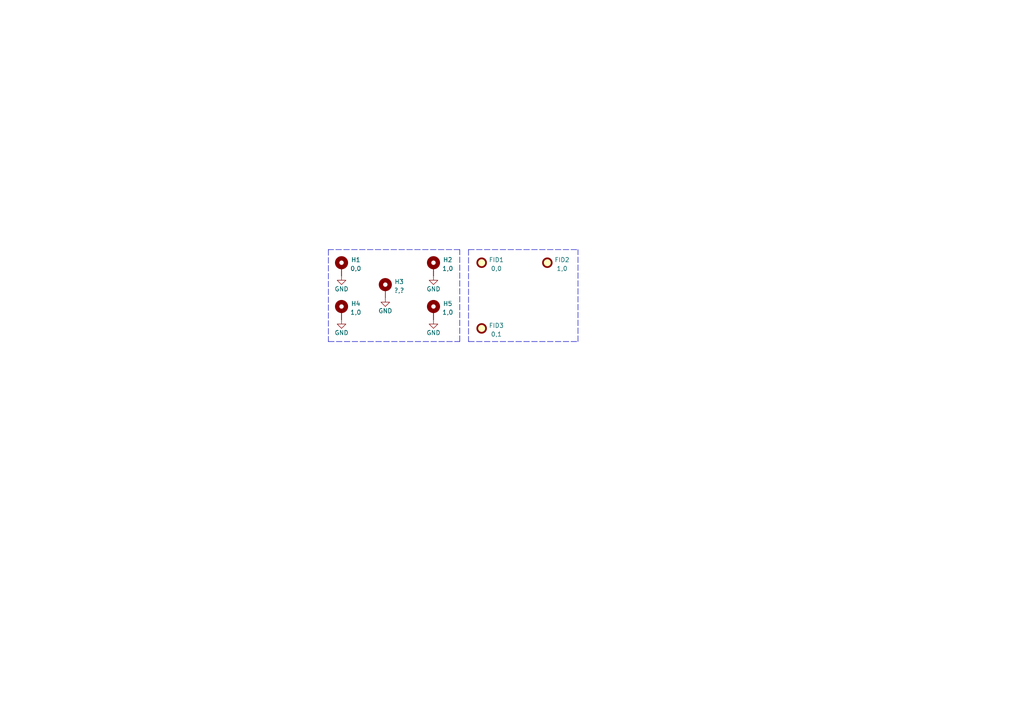
<source format=kicad_sch>
(kicad_sch (version 20211123) (generator eeschema)
  (paper "A4")
  (title_block (title "Soldering Induction (July 2022)") (date "2022-07-19") (rev "3.5.0") (company "UNSW Engineering Makerspace"))
  (lib_symbols
    (symbol "4ms_Power-symbol:GND" (power) (pin_names (offset 0))
      (property "Value" "GND" (at 0 -3.81 0))
      (symbol "GND_0_1"
        (polyline (pts (xy 0 0) (xy 0 -1.27) (xy 1.27 -1.27) (xy 0 -2.54) (xy -1.27 -1.27) (xy 0 -1.27)))
      )
      (symbol "GND_1_1"
        (pin power_in line (at 0 0 270) (length 0) hide (name "GND") (number "1"))
      )
    )
    (symbol "Mechanical:Fiducial"
      (property "Reference" "FID" (at 0 5.08 0))
      (property "Value" "Fiducial" (at 0 3.175 0))
      (symbol "Fiducial_0_1"
        (circle (center 0 0) (radius 1.27) (stroke (width 0.508)) (fill (type background)))
      )
    )
    (symbol "Mechanical:MountingHole_Pad" (pin_numbers hide) (pin_names (offset 1.016) hide)
      (property "Reference" "H" (at 0 6.35 0))
      (property "Value" "MountingHole_Pad" (at 0 4.445 0))
      (symbol "MountingHole_Pad_0_1"
        (circle (center 0 1.27) (radius 1.27) (stroke (width 1.27)))
      )
      (symbol "MountingHole_Pad_1_1"
        (pin input line (at 0 -2.54 90) (length 2.54) (name "1") (number "1"))
      )
    )
  )
  (polyline (pts (xy 135.89 72.39) (xy 167.64 72.39)))
  (polyline (pts (xy 95.25 99.06) (xy 133.35 99.06)))
  (polyline (pts (xy 167.64 99.06) (xy 167.64 72.39)))
  (polyline (pts (xy 135.89 72.39) (xy 135.89 99.06)))
  (polyline (pts (xy 95.25 72.39) (xy 95.25 99.06)))
  (polyline (pts (xy 133.35 72.39) (xy 95.25 72.39)))
  (polyline (pts (xy 135.89 99.06) (xy 167.64 99.06)))
  (polyline (pts (xy 133.35 99.06) (xy 133.35 72.39)))
  (symbol (lib_id "Mechanical:MountingHole_Pad") (at 111.76 83.82 0) (unit 1) (in_bom no)
    (property "Reference" "H3" (at 115.7703 81.7153 0))
    (property "Value" "?,?" (at 115.7703 84.2522 0))
    (property "Footprint" "MountingHole:MountingHole_2.2mm_M2_Pad" (effects hide))
  )
  (symbol (lib_id "Mechanical:MountingHole_Pad") (at 125.73 77.47 0) (unit 1) (in_bom no)
    (property "Reference" "H2" (at 129.8613 75.3653 0))
    (property "Value" "1,0" (at 129.8613 77.9022 0))
    (property "Footprint" "MountingHole:MountingHole_2.2mm_M2_Pad" (effects hide))
  )
  (symbol (lib_id "4ms_Power-symbol:GND") (at 99.06 80.01 0) (unit 1)
    (property "Reference" "#PWR0111" (effects hide))
    (property "Value" "GND" (at 99.06 83.82 0))
  )
  (symbol (lib_id "Mechanical:Fiducial") (at 158.75 76.2 0) (unit 1) (in_bom no)
    (property "Reference" "FID2" (at 163.0143 75.3653 0))
    (property "Value" "1,0" (at 163.0143 77.9022 0))
    (property "Footprint" "Fiducial:Fiducial_1mm_Mask2mm" (effects hide))
  )
  (symbol (lib_id "4ms_Power-symbol:GND") (at 125.73 80.01 0) (unit 1)
    (property "Reference" "#PWR0115" (effects hide))
    (property "Value" "GND" (at 125.73 83.82 0))
  )
  (symbol (lib_id "4ms_Power-symbol:GND") (at 99.06 92.71 0) (unit 1)
    (property "Reference" "#PWR0110" (effects hide))
    (property "Value" "GND" (at 99.06 96.52 0))
  )
  (symbol (lib_id "4ms_Power-symbol:GND") (at 125.73 92.71 0) (unit 1)
    (property "Reference" "#PWR0114" (effects hide))
    (property "Value" "GND" (at 125.73 96.52 0))
  )
  (symbol (lib_id "4ms_Power-symbol:GND") (at 111.76 86.36 0) (unit 1)
    (property "Reference" "#PWR0116" (effects hide))
    (property "Value" "GND" (at 111.76 90.17 0))
  )
  (symbol (lib_id "Mechanical:MountingHole_Pad") (at 125.73 90.17 0) (unit 1) (in_bom no)
    (property "Reference" "H5" (at 129.8613 88.0653 0))
    (property "Value" "1,0" (at 129.8613 90.6022 0))
    (property "Footprint" "MountingHole:MountingHole_2.2mm_M2_Pad" (effects hide))
  )
  (symbol (lib_id "Mechanical:Fiducial") (at 139.7 95.25 0) (unit 1) (in_bom no)
    (property "Reference" "FID3" (at 143.9643 94.4153 0))
    (property "Value" "0,1" (at 143.9643 96.9522 0))
    (property "Footprint" "Fiducial:Fiducial_1mm_Mask2mm" (effects hide))
  )
  (symbol (lib_id "Mechanical:Fiducial") (at 139.7 76.2 0) (unit 1) (in_bom no)
    (property "Reference" "FID1" (at 143.9643 75.3653 0))
    (property "Value" "0,0" (at 143.9643 77.9022 0))
    (property "Footprint" "Fiducial:Fiducial_1mm_Mask2mm" (effects hide))
  )
  (symbol (lib_id "Mechanical:MountingHole_Pad") (at 99.06 77.47 0) (unit 1) (in_bom no)
    (property "Reference" "H1" (at 103.1913 75.3653 0))
    (property "Value" "0,0" (at 103.1913 77.9022 0))
    (property "Footprint" "MountingHole:MountingHole_2.2mm_M2_Pad" (effects hide))
  )
  (symbol (lib_id "Mechanical:MountingHole_Pad") (at 99.06 90.17 0) (unit 1) (in_bom no)
    (property "Reference" "H4" (at 103.1913 88.0653 0))
    (property "Value" "1,0" (at 103.1913 90.6022 0))
    (property "Footprint" "MountingHole:MountingHole_2.2mm_M2_Pad" (effects hide))
  )
)
</source>
